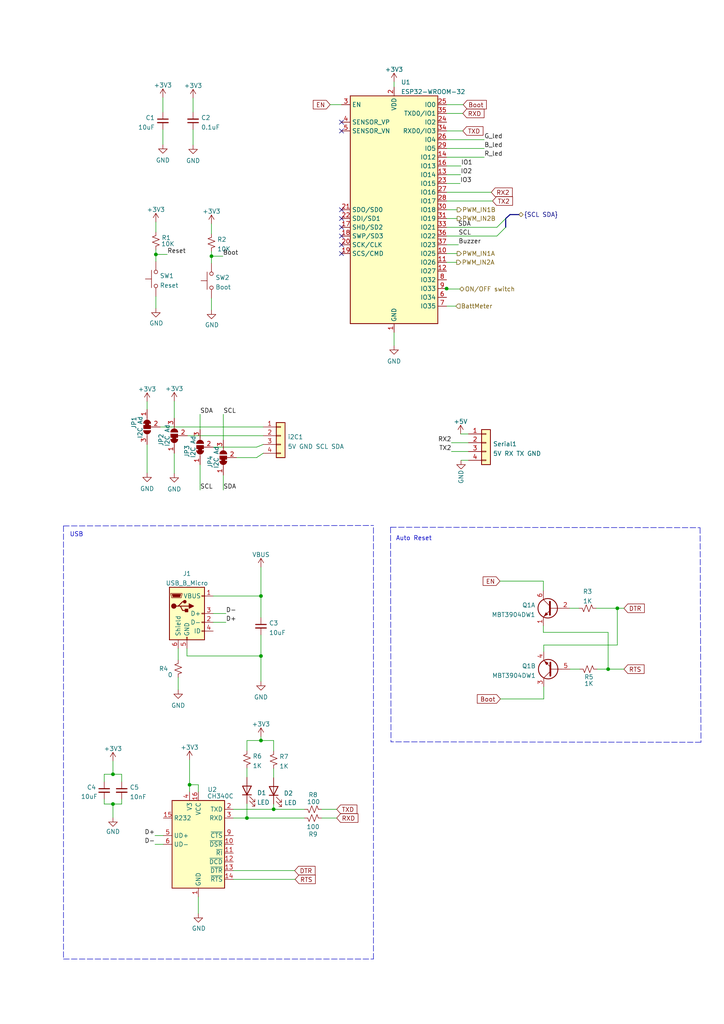
<source format=kicad_sch>
(kicad_sch (version 20211123) (generator eeschema)
  (paper "A4" portrait)
  (lib_symbols
    (symbol "Connector:USB_B_Micro" (pin_names (offset 1.016))
      (property "Reference" "J" (at -5.08 11.43 0))
      (property "Value" "USB_B_Micro" (at -5.08 8.89 0))
      (symbol "USB_B_Micro_0_1"
        (rectangle (start -5.08 -7.62) (end 5.08 7.62) (stroke (width 0.254)) (fill (type background)))
        (circle (center -3.81 2.159) (radius 0.635) (stroke (width 0.254)) (fill (type outline)))
        (circle (center -0.635 3.429) (radius 0.381) (stroke (width 0.254)) (fill (type outline)))
        (rectangle (start -0.127 -7.62) (end 0.127 -6.858))
        (polyline (pts (xy -1.905 2.159) (xy 0.635 2.159)) (stroke (width 0.254)))
        (polyline (pts (xy -3.175 2.159) (xy -2.54 2.159) (xy -1.27 3.429) (xy -0.635 3.429)) (stroke (width 0.254)))
        (polyline (pts (xy -2.54 2.159) (xy -1.905 2.159) (xy -1.27 0.889) (xy 0 0.889)) (stroke (width 0.254)))
        (polyline (pts (xy 0.635 2.794) (xy 0.635 1.524) (xy 1.905 2.159) (xy 0.635 2.794)) (stroke (width 0.254)) (fill (type outline)))
        (polyline (pts (xy -4.318 5.588) (xy -1.778 5.588) (xy -2.032 4.826) (xy -4.064 4.826) (xy -4.318 5.588)) (fill (type outline)))
        (polyline (pts (xy -4.699 5.842) (xy -4.699 5.588) (xy -4.445 4.826) (xy -4.445 4.572) (xy -1.651 4.572) (xy -1.651 4.826) (xy -1.397 5.588) (xy -1.397 5.842) (xy -4.699 5.842)))
        (rectangle (start 0.254 1.27) (end -0.508 0.508) (stroke (width 0.254)) (fill (type outline)))
        (rectangle (start 5.08 -5.207) (end 4.318 -4.953))
        (rectangle (start 5.08 -2.667) (end 4.318 -2.413))
        (rectangle (start 5.08 -0.127) (end 4.318 0.127))
        (rectangle (start 5.08 4.953) (end 4.318 5.207))
      )
      (symbol "USB_B_Micro_1_1"
        (pin power_out line (at 7.62 5.08 180) (length 2.54) (name "VBUS") (number "1"))
        (pin bidirectional line (at 7.62 -2.54 180) (length 2.54) (name "D-") (number "2"))
        (pin bidirectional line (at 7.62 0 180) (length 2.54) (name "D+") (number "3"))
        (pin passive line (at 7.62 -5.08 180) (length 2.54) (name "ID") (number "4"))
        (pin power_out line (at 0 -10.16 90) (length 2.54) (name "GND") (number "5"))
        (pin passive line (at -2.54 -10.16 90) (length 2.54) (name "Shield") (number "6"))
      )
    )
    (symbol "Connector_Generic:Conn_01x04" (pin_names (offset 1.016) hide)
      (property "Reference" "J" (at 0 5.08 0))
      (property "Value" "Conn_01x04" (at 0 -7.62 0))
      (symbol "Conn_01x04_1_1"
        (rectangle (start -1.27 -4.953) (end 0 -5.207) (stroke (width 0.1524)))
        (rectangle (start -1.27 -2.413) (end 0 -2.667) (stroke (width 0.1524)))
        (rectangle (start -1.27 0.127) (end 0 -0.127) (stroke (width 0.1524)))
        (rectangle (start -1.27 2.667) (end 0 2.413) (stroke (width 0.1524)))
        (rectangle (start -1.27 3.81) (end 1.27 -6.35) (stroke (width 0.254)) (fill (type background)))
        (pin passive line (at -5.08 2.54 0) (length 3.81) (name "Pin_1") (number "1"))
        (pin passive line (at -5.08 0 0) (length 3.81) (name "Pin_2") (number "2"))
        (pin passive line (at -5.08 -2.54 0) (length 3.81) (name "Pin_3") (number "3"))
        (pin passive line (at -5.08 -5.08 0) (length 3.81) (name "Pin_4") (number "4"))
      )
    )
    (symbol "Device:C_Small" (pin_numbers hide) (pin_names (offset 0.254) hide)
      (property "Reference" "C" (at 0.254 1.778 0))
      (property "Value" "C_Small" (at 0.254 -2.032 0))
      (symbol "C_Small_0_1"
        (polyline (pts (xy -1.524 -0.508) (xy 1.524 -0.508)) (stroke (width 0.3302)))
        (polyline (pts (xy -1.524 0.508) (xy 1.524 0.508)) (stroke (width 0.3048)))
      )
      (symbol "C_Small_1_1"
        (pin passive line (at 0 2.54 270) (length 2.032) (name "~") (number "1"))
        (pin passive line (at 0 -2.54 90) (length 2.032) (name "~") (number "2"))
      )
    )
    (symbol "Device:LED" (pin_numbers hide) (pin_names (offset 1.016) hide)
      (property "Reference" "D" (at 0 2.54 0))
      (property "Value" "LED" (at 0 -2.54 0))
      (symbol "LED_0_1"
        (polyline (pts (xy -1.27 -1.27) (xy -1.27 1.27)) (stroke (width 0.254)))
        (polyline (pts (xy -1.27 0) (xy 1.27 0)))
        (polyline (pts (xy 1.27 -1.27) (xy 1.27 1.27) (xy -1.27 0) (xy 1.27 -1.27)) (stroke (width 0.254)))
        (polyline (pts (xy -3.048 -0.762) (xy -4.572 -2.286) (xy -3.81 -2.286) (xy -4.572 -2.286) (xy -4.572 -1.524)))
        (polyline (pts (xy -1.778 -0.762) (xy -3.302 -2.286) (xy -2.54 -2.286) (xy -3.302 -2.286) (xy -3.302 -1.524)))
      )
      (symbol "LED_1_1"
        (pin passive line (at -3.81 0 0) (length 2.54) (name "K") (number "1"))
        (pin passive line (at 3.81 0 180) (length 2.54) (name "A") (number "2"))
      )
    )
    (symbol "Device:R_Small_US" (pin_numbers hide) (pin_names (offset 0.254) hide)
      (property "Reference" "R" (at 0.762 0.508 0))
      (property "Value" "R_Small_US" (at 0.762 -1.016 0))
      (symbol "R_Small_US_1_1"
        (polyline (pts (xy 0 0) (xy 1.016 -0.381) (xy 0 -0.762) (xy -1.016 -1.143) (xy 0 -1.524)))
        (polyline (pts (xy 0 1.524) (xy 1.016 1.143) (xy 0 0.762) (xy -1.016 0.381) (xy 0 0)))
        (pin passive line (at 0 2.54 270) (length 1.016) (name "~") (number "1"))
        (pin passive line (at 0 -2.54 90) (length 1.016) (name "~") (number "2"))
      )
    )
    (symbol "Interface_USB:CH340C"
      (property "Reference" "U" (at -5.08 13.97 0))
      (property "Value" "CH340C" (at 1.27 13.97 0))
      (symbol "CH340C_0_1"
        (rectangle (start -7.62 12.7) (end 7.62 -12.7) (stroke (width 0.254)) (fill (type background)))
      )
      (symbol "CH340C_1_1"
        (pin power_in line (at 0 -15.24 90) (length 2.54) (name "GND") (number "1"))
        (pin input line (at 10.16 0 180) (length 2.54) (name "~{DSR}") (number "10"))
        (pin input line (at 10.16 -2.54 180) (length 2.54) (name "~{RI}") (number "11"))
        (pin input line (at 10.16 -5.08 180) (length 2.54) (name "~{DCD}") (number "12"))
        (pin output line (at 10.16 -7.62 180) (length 2.54) (name "~{DTR}") (number "13"))
        (pin output line (at 10.16 -10.16 180) (length 2.54) (name "~{RTS}") (number "14"))
        (pin input line (at -10.16 7.62 0) (length 2.54) (name "R232") (number "15"))
        (pin power_in line (at 0 15.24 270) (length 2.54) (name "VCC") (number "16"))
        (pin output line (at 10.16 10.16 180) (length 2.54) (name "TXD") (number "2"))
        (pin input line (at 10.16 7.62 180) (length 2.54) (name "RXD") (number "3"))
        (pin passive line (at -2.54 15.24 270) (length 2.54) (name "V3") (number "4"))
        (pin bidirectional line (at -10.16 2.54 0) (length 2.54) (name "UD+") (number "5"))
        (pin bidirectional line (at -10.16 0 0) (length 2.54) (name "UD-") (number "6"))
        (pin no_connect line (at -7.62 -7.62 0) (length 2.54) hide (name "NC") (number "7"))
        (pin no_connect line (at -7.62 -10.16 0) (length 2.54) hide (name "NC") (number "8"))
        (pin input line (at 10.16 2.54 180) (length 2.54) (name "~{CTS}") (number "9"))
      )
    )
    (symbol "Jumper:SolderJumper_3_Bridged12" (pin_names (offset 0) hide)
      (property "Reference" "JP" (at -2.54 -2.54 0))
      (property "Value" "SolderJumper_3_Bridged12" (at 0 2.794 0))
      (symbol "SolderJumper_3_Bridged12_0_1"
        (rectangle (start -1.016 0.508) (end -0.508 -0.508) (fill (type outline)))
        (arc (start -1.016 1.016) (mid -2.032 0) (end -1.016 -1.016))
        (arc (start -1.016 1.016) (mid -2.032 0) (end -1.016 -1.016) (fill (type outline)))
        (rectangle (start -0.508 1.016) (end 0.508 -1.016) (fill (type outline)))
        (polyline (pts (xy -2.54 0) (xy -2.032 0)))
        (polyline (pts (xy -1.016 1.016) (xy -1.016 -1.016)))
        (polyline (pts (xy 0 -1.27) (xy 0 -1.016)))
        (polyline (pts (xy 1.016 1.016) (xy 1.016 -1.016)))
        (polyline (pts (xy 2.54 0) (xy 2.032 0)))
        (arc (start 1.016 -1.016) (mid 2.032 0) (end 1.016 1.016))
        (arc (start 1.016 -1.016) (mid 2.032 0) (end 1.016 1.016) (fill (type outline)))
      )
      (symbol "SolderJumper_3_Bridged12_1_1"
        (pin passive line (at -5.08 0 0) (length 2.54) (name "A") (number "1"))
        (pin input line (at 0 -3.81 90) (length 2.54) (name "C") (number "2"))
        (pin passive line (at 5.08 0 180) (length 2.54) (name "B") (number "3"))
      )
    )
    (symbol "RF_Module:ESP32-WROOM-32"
      (property "Reference" "U" (at -12.7 34.29 0))
      (property "Value" "ESP32-WROOM-32" (at 1.27 34.29 0))
      (symbol "ESP32-WROOM-32_0_1"
        (rectangle (start -12.7 33.02) (end 12.7 -33.02) (stroke (width 0.254)) (fill (type background)))
      )
      (symbol "ESP32-WROOM-32_1_1"
        (pin power_in line (at 0 -35.56 90) (length 2.54) (name "GND") (number "1"))
        (pin bidirectional line (at 15.24 -12.7 180) (length 2.54) (name "IO25") (number "10"))
        (pin bidirectional line (at 15.24 -15.24 180) (length 2.54) (name "IO26") (number "11"))
        (pin bidirectional line (at 15.24 -17.78 180) (length 2.54) (name "IO27") (number "12"))
        (pin bidirectional line (at 15.24 10.16 180) (length 2.54) (name "IO14") (number "13"))
        (pin bidirectional line (at 15.24 15.24 180) (length 2.54) (name "IO12") (number "14"))
        (pin passive line (at 0 -35.56 90) (length 2.54) hide (name "GND") (number "15"))
        (pin bidirectional line (at 15.24 12.7 180) (length 2.54) (name "IO13") (number "16"))
        (pin bidirectional line (at -15.24 -5.08 0) (length 2.54) (name "SHD/SD2") (number "17"))
        (pin bidirectional line (at -15.24 -7.62 0) (length 2.54) (name "SWP/SD3") (number "18"))
        (pin bidirectional line (at -15.24 -12.7 0) (length 2.54) (name "SCS/CMD") (number "19"))
        (pin power_in line (at 0 35.56 270) (length 2.54) (name "VDD") (number "2"))
        (pin bidirectional line (at -15.24 -10.16 0) (length 2.54) (name "SCK/CLK") (number "20"))
        (pin bidirectional line (at -15.24 0 0) (length 2.54) (name "SDO/SD0") (number "21"))
        (pin bidirectional line (at -15.24 -2.54 0) (length 2.54) (name "SDI/SD1") (number "22"))
        (pin bidirectional line (at 15.24 7.62 180) (length 2.54) (name "IO15") (number "23"))
        (pin bidirectional line (at 15.24 25.4 180) (length 2.54) (name "IO2") (number "24"))
        (pin bidirectional line (at 15.24 30.48 180) (length 2.54) (name "IO0") (number "25"))
        (pin bidirectional line (at 15.24 20.32 180) (length 2.54) (name "IO4") (number "26"))
        (pin bidirectional line (at 15.24 5.08 180) (length 2.54) (name "IO16") (number "27"))
        (pin bidirectional line (at 15.24 2.54 180) (length 2.54) (name "IO17") (number "28"))
        (pin bidirectional line (at 15.24 17.78 180) (length 2.54) (name "IO5") (number "29"))
        (pin input line (at -15.24 30.48 0) (length 2.54) (name "EN") (number "3"))
        (pin bidirectional line (at 15.24 0 180) (length 2.54) (name "IO18") (number "30"))
        (pin bidirectional line (at 15.24 -2.54 180) (length 2.54) (name "IO19") (number "31"))
        (pin no_connect line (at -12.7 -27.94 0) (length 2.54) hide (name "NC") (number "32"))
        (pin bidirectional line (at 15.24 -5.08 180) (length 2.54) (name "IO21") (number "33"))
        (pin bidirectional line (at 15.24 22.86 180) (length 2.54) (name "RXD0/IO3") (number "34"))
        (pin bidirectional line (at 15.24 27.94 180) (length 2.54) (name "TXD0/IO1") (number "35"))
        (pin bidirectional line (at 15.24 -7.62 180) (length 2.54) (name "IO22") (number "36"))
        (pin bidirectional line (at 15.24 -10.16 180) (length 2.54) (name "IO23") (number "37"))
        (pin passive line (at 0 -35.56 90) (length 2.54) hide (name "GND") (number "38"))
        (pin passive line (at 0 -35.56 90) (length 2.54) hide (name "GND") (number "39"))
        (pin input line (at -15.24 25.4 0) (length 2.54) (name "SENSOR_VP") (number "4"))
        (pin input line (at -15.24 22.86 0) (length 2.54) (name "SENSOR_VN") (number "5"))
        (pin input line (at 15.24 -25.4 180) (length 2.54) (name "IO34") (number "6"))
        (pin input line (at 15.24 -27.94 180) (length 2.54) (name "IO35") (number "7"))
        (pin bidirectional line (at 15.24 -20.32 180) (length 2.54) (name "IO32") (number "8"))
        (pin bidirectional line (at 15.24 -22.86 180) (length 2.54) (name "IO33") (number "9"))
      )
    )
    (symbol "Switch:SW_Push" (pin_numbers hide) (pin_names (offset 1.016) hide)
      (property "Reference" "SW" (at 1.27 2.54 0))
      (property "Value" "SW_Push" (at 0 -1.524 0))
      (symbol "SW_Push_0_1"
        (circle (center -2.032 0) (radius 0.508))
        (polyline (pts (xy 0 1.27) (xy 0 3.048)))
        (polyline (pts (xy 2.54 1.27) (xy -2.54 1.27)))
        (circle (center 2.032 0) (radius 0.508))
        (pin passive line (at -5.08 0 0) (length 2.54) (name "1") (number "1"))
        (pin passive line (at 5.08 0 180) (length 2.54) (name "2") (number "2"))
      )
    )
    (symbol "Transistor_BJT:MBT3904DW1" (pin_names (offset 0) hide)
      (property "Reference" "Q" (at 5.08 1.27 0))
      (property "Value" "MBT3904DW1" (at 5.08 -1.27 0))
      (symbol "MBT3904DW1_0_1"
        (polyline (pts (xy 0.635 0) (xy -2.54 0)))
        (polyline (pts (xy 0.635 0.635) (xy 2.54 2.54)))
        (polyline (pts (xy 0.635 -0.635) (xy 2.54 -2.54) (xy 2.54 -2.54)))
        (polyline (pts (xy 0.635 1.905) (xy 0.635 -1.905) (xy 0.635 -1.905)) (stroke (width 0.508)))
        (polyline (pts (xy 1.27 -1.778) (xy 1.778 -1.27) (xy 2.286 -2.286) (xy 1.27 -1.778) (xy 1.27 -1.778)) (fill (type outline)))
        (circle (center 1.27 0) (radius 2.8194) (stroke (width 0.254)))
      )
      (symbol "MBT3904DW1_1_1"
        (pin passive line (at 2.54 -5.08 90) (length 2.54) (name "E1") (number "1"))
        (pin input line (at -5.08 0 0) (length 2.54) (name "B1") (number "2"))
        (pin passive line (at 2.54 5.08 270) (length 2.54) (name "C1") (number "6"))
      )
      (symbol "MBT3904DW1_2_1"
        (pin passive line (at 2.54 5.08 270) (length 2.54) (name "C2") (number "3"))
        (pin passive line (at 2.54 -5.08 90) (length 2.54) (name "E2") (number "4"))
        (pin input line (at -5.08 0 0) (length 2.54) (name "B2") (number "5"))
      )
    )
    (symbol "power:+3.3V" (power) (pin_names (offset 0))
      (property "Value" "+3.3V" (at 0 3.556 0))
      (symbol "+3.3V_0_1"
        (polyline (pts (xy -0.762 1.27) (xy 0 2.54)))
        (polyline (pts (xy 0 0) (xy 0 2.54)))
        (polyline (pts (xy 0 2.54) (xy 0.762 1.27)))
      )
      (symbol "+3.3V_1_1"
        (pin power_in line (at 0 0 90) (length 0) hide (name "+3V3") (number "1"))
      )
    )
    (symbol "power:+3V3" (power) (pin_names (offset 0))
      (property "Value" "+3V3" (at 0 3.556 0))
      (symbol "+3V3_0_1"
        (polyline (pts (xy -0.762 1.27) (xy 0 2.54)))
        (polyline (pts (xy 0 0) (xy 0 2.54)))
        (polyline (pts (xy 0 2.54) (xy 0.762 1.27)))
      )
      (symbol "+3V3_1_1"
        (pin power_in line (at 0 0 90) (length 0) hide (name "+3V3") (number "1"))
      )
    )
    (symbol "power:+5V" (power) (pin_names (offset 0))
      (property "Value" "+5V" (at 0 3.556 0))
      (symbol "+5V_0_1"
        (polyline (pts (xy -0.762 1.27) (xy 0 2.54)))
        (polyline (pts (xy 0 0) (xy 0 2.54)))
        (polyline (pts (xy 0 2.54) (xy 0.762 1.27)))
      )
      (symbol "+5V_1_1"
        (pin power_in line (at 0 0 90) (length 0) hide (name "+5V") (number "1"))
      )
    )
    (symbol "power:GND" (power) (pin_names (offset 0))
      (property "Value" "GND" (at 0 -3.81 0))
      (symbol "GND_0_1"
        (polyline (pts (xy 0 0) (xy 0 -1.27) (xy 1.27 -1.27) (xy 0 -2.54) (xy -1.27 -1.27) (xy 0 -1.27)))
      )
      (symbol "GND_1_1"
        (pin power_in line (at 0 0 270) (length 0) hide (name "GND") (number "1"))
      )
    )
    (symbol "power:VBUS" (power) (pin_names (offset 0))
      (property "Value" "VBUS" (at 0 3.81 0))
      (symbol "VBUS_0_1"
        (polyline (pts (xy -0.762 1.27) (xy 0 2.54)))
        (polyline (pts (xy 0 0) (xy 0 2.54)))
        (polyline (pts (xy 0 2.54) (xy 0.762 1.27)))
      )
      (symbol "VBUS_1_1"
        (pin power_in line (at 0 0 90) (length 0) hide (name "VBUS") (number "1"))
      )
    )
  )
  (bus_alias "i2c" (members "SDA" "SCL"))
  (junction (at 176.403 194.056))
  (junction (at 32.766 233.172))
  (junction (at 79.375 234.696))
  (junction (at 179.07 176.403))
  (junction (at 45.212 73.787))
  (junction (at 32.766 224.536))
  (junction (at 75.692 190.246))
  (junction (at 61.341 74.295))
  (junction (at 75.692 172.847))
  (junction (at 129.54 83.693))
  (junction (at 75.692 214.757))
  (junction (at 71.628 237.236))
  (junction (at 54.991 227.584))
  (no_connect (at 99.06 68.453))
  (no_connect (at 99.06 65.913))
  (no_connect (at 99.06 60.833))
  (no_connect (at 99.06 35.433))
  (no_connect (at 99.06 73.533))
  (no_connect (at 99.06 63.373))
  (no_connect (at 99.06 70.993))
  (no_connect (at 99.06 37.973))
  (bus_entry (at 146.685 63.373) (size -2.54 2.54))
  (bus_entry (at 146.685 65.913) (size -2.54 2.54))
  (wire (pts (xy 93.345 237.236) (xy 97.663 237.236)))
  (wire (pts (xy 61.341 74.295) (xy 61.341 76.327)))
  (wire (pts (xy 61.849 172.847) (xy 75.692 172.847)))
  (polyline (pts (xy 113.284 152.908) (xy 203.073 153.035)))
  (wire (pts (xy 61.341 72.898) (xy 61.341 74.295)))
  (wire (pts (xy 57.531 227.584) (xy 54.991 227.584)))
  (wire (pts (xy 133.731 48.133) (xy 129.54 48.133)))
  (wire (pts (xy 71.628 217.678) (xy 71.628 214.757)))
  (wire (pts (xy 157.607 183.388) (xy 157.607 181.483)))
  (wire (pts (xy 67.691 234.696) (xy 79.375 234.696)))
  (wire (pts (xy 173.228 194.056) (xy 176.403 194.056)))
  (wire (pts (xy 135.89 133.477) (xy 133.731 133.477)))
  (wire (pts (xy 129.54 83.693) (xy 129.54 83.82)))
  (wire (pts (xy 129.54 83.566) (xy 129.54 83.693)))
  (wire (pts (xy 157.734 187.071) (xy 157.734 188.976)))
  (bus (pts (xy 146.685 65.913) (xy 146.685 63.373)))
  (wire (pts (xy 79.375 234.696) (xy 88.265 234.696)))
  (wire (pts (xy 135.89 125.857) (xy 133.604 125.857)))
  (wire (pts (xy 30.226 233.172) (xy 32.766 233.172)))
  (wire (pts (xy 54.229 190.246) (xy 75.692 190.246)))
  (polyline (pts (xy 203.327 215.265) (xy 113.411 215.138)))
  (wire (pts (xy 54.356 126.365) (xy 76.327 126.365)))
  (wire (pts (xy 145.034 168.529) (xy 157.607 168.529)))
  (wire (pts (xy 47.244 28.321) (xy 47.244 32.512)))
  (wire (pts (xy 32.766 224.536) (xy 30.226 224.536)))
  (wire (pts (xy 75.692 214.757) (xy 79.375 214.757)))
  (wire (pts (xy 133.35 83.82) (xy 129.54 83.82)))
  (wire (pts (xy 140.462 43.053) (xy 129.54 43.053)))
  (wire (pts (xy 134.239 32.893) (xy 129.54 32.893)))
  (wire (pts (xy 42.672 128.905) (xy 42.672 137.16)))
  (wire (pts (xy 64.77 137.795) (xy 64.77 142.113)))
  (wire (pts (xy 44.958 242.316) (xy 47.371 242.316)))
  (wire (pts (xy 35.306 224.536) (xy 32.766 224.536)))
  (wire (pts (xy 93.345 234.696) (xy 97.663 234.696)))
  (wire (pts (xy 44.958 244.856) (xy 47.371 244.856)))
  (polyline (pts (xy 113.284 152.908) (xy 113.411 215.138)))
  (wire (pts (xy 132.588 60.833) (xy 129.54 60.833)))
  (bus (pts (xy 146.685 63.373) (xy 147.955 62.23)))
  (wire (pts (xy 157.734 199.136) (xy 157.734 202.692)))
  (wire (pts (xy 142.875 58.293) (xy 129.54 58.293)))
  (wire (pts (xy 129.54 30.353) (xy 134.366 30.353)))
  (wire (pts (xy 76.327 131.445) (xy 74.422 132.715)))
  (wire (pts (xy 45.212 72.39) (xy 45.212 73.787)))
  (wire (pts (xy 61.341 64.897) (xy 61.341 67.818)))
  (wire (pts (xy 35.306 233.172) (xy 35.306 231.775)))
  (wire (pts (xy 50.546 116.332) (xy 50.546 121.285)))
  (wire (pts (xy 61.849 129.667) (xy 74.422 129.667)))
  (wire (pts (xy 132.588 73.533) (xy 129.54 73.533)))
  (wire (pts (xy 54.991 227.584) (xy 54.991 229.616)))
  (wire (pts (xy 95.758 30.353) (xy 99.06 30.353)))
  (wire (pts (xy 79.375 214.757) (xy 79.375 217.805)))
  (wire (pts (xy 114.3 96.393) (xy 114.3 100.203)))
  (wire (pts (xy 51.689 188.087) (xy 51.689 191.389)))
  (wire (pts (xy 74.422 129.667) (xy 76.327 128.905)))
  (wire (pts (xy 157.734 187.071) (xy 179.07 187.071)))
  (wire (pts (xy 130.937 130.937) (xy 135.89 130.937)))
  (wire (pts (xy 64.643 74.295) (xy 61.341 74.295)))
  (wire (pts (xy 67.691 237.236) (xy 71.628 237.236)))
  (wire (pts (xy 45.212 85.979) (xy 45.212 89.408)))
  (wire (pts (xy 140.462 45.593) (xy 129.54 45.593)))
  (wire (pts (xy 74.422 132.715) (xy 68.58 132.715)))
  (wire (pts (xy 165.227 176.403) (xy 167.894 176.403)))
  (wire (pts (xy 134.239 37.973) (xy 129.54 37.973)))
  (wire (pts (xy 71.628 214.757) (xy 75.692 214.757)))
  (wire (pts (xy 30.226 224.536) (xy 30.226 226.695)))
  (wire (pts (xy 176.403 183.388) (xy 176.403 194.056)))
  (wire (pts (xy 56.007 37.592) (xy 56.007 42.037)))
  (wire (pts (xy 54.229 188.087) (xy 54.229 190.246)))
  (polyline (pts (xy 18.415 152.527) (xy 18.415 278.13)))
  (wire (pts (xy 57.531 260.096) (xy 57.531 264.922)))
  (polyline (pts (xy 18.415 278.13) (xy 108.331 278.13)))
  (wire (pts (xy 133.477 53.213) (xy 129.54 53.213)))
  (wire (pts (xy 75.692 184.15) (xy 75.692 190.246)))
  (wire (pts (xy 54.991 220.345) (xy 54.991 227.584)))
  (wire (pts (xy 140.462 40.513) (xy 129.54 40.513)))
  (wire (pts (xy 71.628 237.236) (xy 88.265 237.236)))
  (wire (pts (xy 75.692 190.246) (xy 75.692 197.612)))
  (wire (pts (xy 133.604 50.673) (xy 129.54 50.673)))
  (wire (pts (xy 132.207 88.773) (xy 129.54 88.773)))
  (wire (pts (xy 57.531 229.616) (xy 57.531 227.584)))
  (wire (pts (xy 132.588 63.373) (xy 129.54 63.373)))
  (wire (pts (xy 165.354 194.056) (xy 168.148 194.056)))
  (wire (pts (xy 132.461 76.073) (xy 129.54 76.073)))
  (wire (pts (xy 71.628 233.045) (xy 71.628 237.236)))
  (wire (pts (xy 132.969 70.993) (xy 129.54 70.993)))
  (polyline (pts (xy 203.073 153.035) (xy 203.327 215.265)))
  (wire (pts (xy 67.691 255.016) (xy 85.598 255.016)))
  (wire (pts (xy 129.54 68.453) (xy 144.145 68.453)))
  (polyline (pts (xy 108.331 278.13) (xy 108.331 152.4)))
  (wire (pts (xy 46.482 123.825) (xy 76.327 123.825)))
  (wire (pts (xy 157.734 202.692) (xy 145.161 202.692)))
  (wire (pts (xy 71.628 222.758) (xy 71.628 225.425)))
  (wire (pts (xy 48.514 73.787) (xy 45.212 73.787)))
  (wire (pts (xy 142.494 55.753) (xy 129.54 55.753)))
  (bus (pts (xy 147.955 62.23) (xy 150.495 62.23)))
  (wire (pts (xy 45.212 64.389) (xy 45.212 67.31)))
  (wire (pts (xy 58.039 134.747) (xy 58.039 142.113)))
  (wire (pts (xy 130.937 128.397) (xy 135.89 128.397)))
  (wire (pts (xy 32.766 233.172) (xy 35.306 233.172)))
  (wire (pts (xy 42.672 116.459) (xy 42.672 118.745)))
  (wire (pts (xy 32.766 220.726) (xy 32.766 224.536)))
  (wire (pts (xy 157.607 168.529) (xy 157.607 171.323)))
  (wire (pts (xy 56.007 28.448) (xy 56.007 32.512)))
  (wire (pts (xy 35.306 226.695) (xy 35.306 224.536)))
  (wire (pts (xy 172.974 176.403) (xy 179.07 176.403)))
  (wire (pts (xy 176.403 194.056) (xy 180.975 194.056)))
  (polyline (pts (xy 18.415 152.527) (xy 108.331 152.4)))
  (wire (pts (xy 32.766 233.172) (xy 32.766 237.109)))
  (wire (pts (xy 30.226 231.775) (xy 30.226 233.172)))
  (wire (pts (xy 58.039 120.142) (xy 58.039 124.587)))
  (wire (pts (xy 114.3 23.749) (xy 114.3 25.273)))
  (wire (pts (xy 179.07 176.403) (xy 180.975 176.403)))
  (wire (pts (xy 61.341 86.487) (xy 61.341 89.916)))
  (wire (pts (xy 75.692 213.614) (xy 75.692 214.757)))
  (wire (pts (xy 75.692 172.847) (xy 75.692 179.07)))
  (wire (pts (xy 79.375 233.172) (xy 79.375 234.696)))
  (wire (pts (xy 50.546 131.445) (xy 50.546 137.287)))
  (wire (pts (xy 65.532 180.467) (xy 61.849 180.467)))
  (wire (pts (xy 79.375 222.885) (xy 79.375 225.552)))
  (wire (pts (xy 51.689 196.469) (xy 51.689 200.025)))
  (wire (pts (xy 64.77 120.142) (xy 64.77 127.635)))
  (wire (pts (xy 179.07 187.071) (xy 179.07 176.403)))
  (wire (pts (xy 75.692 172.847) (xy 75.692 164.465)))
  (wire (pts (xy 45.212 73.787) (xy 45.212 75.819)))
  (wire (pts (xy 67.691 252.476) (xy 85.471 252.476)))
  (wire (pts (xy 47.244 37.592) (xy 47.244 41.91)))
  (wire (pts (xy 65.532 177.927) (xy 61.849 177.927)))
  (wire (pts (xy 157.607 183.388) (xy 176.403 183.388)))
  (wire (pts (xy 129.54 65.913) (xy 144.145 65.913)))
  (text "Auto Reset" (at 114.808 156.972 0) (effects (font (size 1.27 1.27)) (justify left bottom)))
  (text "USB" (at 20.193 155.829 0) (effects (font (size 1.27 1.27)) (justify left bottom)))
  (label "SDA" (at 132.842 65.913 0))
  (label "SDA" (at 64.77 142.113 0))
  (label "TX2" (at 130.937 130.937 180))
  (label "D+" (at 65.532 180.467 0))
  (label "Reset" (at 48.514 73.787 0))
  (label "D-" (at 44.958 244.856 180))
  (label "D+" (at 44.958 242.316 180))
  (label "B_led" (at 140.462 43.053 0))
  (label "SCL" (at 64.77 120.142 0))
  (label "SDA" (at 58.039 120.142 0))
  (label "G_led" (at 140.462 40.513 0))
  (label "Buzzer" (at 132.969 70.993 0))
  (label "Boot" (at 64.643 74.295 0))
  (label "IO1" (at 133.731 48.133 0))
  (label "D-" (at 65.532 177.927 0))
  (label "IO2" (at 133.604 50.673 0))
  (label "RX2" (at 130.937 128.397 180))
  (label "IO3" (at 133.477 53.213 0))
  (label "SCL" (at 132.969 68.453 0))
  (label "SCL" (at 58.039 142.113 0))
  (label "R_led" (at 140.462 45.593 0))
  (global_label "TXD" (shape input) (at 97.663 234.696 0) (property "Intersheet References" "${INTERSHEET_REFS}" (effects hide)))
  (global_label "RX2" (shape input) (at 142.494 55.753 0) (property "Intersheet References" "${INTERSHEET_REFS}" (effects hide)))
  (global_label "TX2" (shape input) (at 142.875 58.293 0) (property "Intersheet References" "${INTERSHEET_REFS}" (effects hide)))
  (global_label "RTS" (shape input) (at 85.598 255.016 0) (property "Intersheet References" "${INTERSHEET_REFS}" (effects hide)))
  (global_label "TXD" (shape input) (at 134.239 37.973 0) (property "Intersheet References" "${INTERSHEET_REFS}" (effects hide)))
  (global_label "EN" (shape input) (at 95.758 30.353 180) (property "Intersheet References" "${INTERSHEET_REFS}" (effects hide)))
  (global_label "RXD" (shape input) (at 97.663 237.236 0) (property "Intersheet References" "${INTERSHEET_REFS}" (effects hide)))
  (global_label "RXD" (shape input) (at 134.239 32.893 0) (property "Intersheet References" "${INTERSHEET_REFS}" (effects hide)))
  (global_label "Boot" (shape input) (at 145.161 202.692 180) (property "Intersheet References" "${INTERSHEET_REFS}" (effects hide)))
  (global_label "DTR" (shape input) (at 180.975 176.403 0) (property "Intersheet References" "${INTERSHEET_REFS}" (effects hide)))
  (global_label "RTS" (shape input) (at 180.975 194.056 0) (property "Intersheet References" "${INTERSHEET_REFS}" (effects hide)))
  (global_label "DTR" (shape input) (at 85.471 252.476 0) (property "Intersheet References" "${INTERSHEET_REFS}" (effects hide)))
  (global_label "Boot" (shape input) (at 134.366 30.353 0) (property "Intersheet References" "${INTERSHEET_REFS}" (effects hide)))
  (global_label "EN" (shape input) (at 145.034 168.529 180) (property "Intersheet References" "${INTERSHEET_REFS}" (effects hide)))
  (hierarchical_label "PWM_IN1B" (shape output) (at 132.588 60.833 0))
  (hierarchical_label "PWM_IN2B" (shape output) (at 132.588 63.373 0))
  (hierarchical_label "PWM_IN1A" (shape output) (at 132.588 73.533 0))
  (hierarchical_label "BattMeter" (shape input) (at 132.207 88.773 0))
  (hierarchical_label "PWM_IN2A" (shape output) (at 132.461 76.073 0))
  (hierarchical_label "ON{slash}OFF switch" (shape bidirectional) (at 133.35 83.82 0))
  (hierarchical_label "{SCL SDA}" (shape bidirectional) (at 150.495 62.23 0))
  (symbol (lib_id "Jumper:SolderJumper_3_Bridged12") (at 64.77 132.715 90) (unit 1)
    (property "Reference" "JP4" (at 60.96 135.763 0) (effects (justify left)))
    (property "Value" "I2C Ad" (at 62.738 135.89 0) (effects (justify left)))
    (property "Footprint" "Jumper:SolderJumper-3_P1.3mm_Bridged12_RoundedPad1.0x1.5mm" (effects hide))
  )
  (symbol (lib_id "Device:R_Small_US") (at 170.688 194.056 90) (mirror x) (unit 1)
    (property "Reference" "R5" (at 170.815 196.342 90))
    (property "Value" "1K" (at 170.815 198.247 90))
    (property "Footprint" "Resistor_SMD:R_0805_2012Metric" (effects hide))
  )
  (symbol (lib_id "power:+3.3V") (at 32.766 220.726 0) (unit 1)
    (property "Reference" "#PWR022" (effects hide))
    (property "Value" "+3.3V" (at 32.766 217.1215 0))
  )
  (symbol (lib_id "power:GND") (at 56.007 42.037 0) (unit 1)
    (property "Reference" "#PWR05" (effects hide))
    (property "Value" "GND" (at 56.007 46.5995 0))
  )
  (symbol (lib_id "Device:R_Small_US") (at 170.434 176.403 90) (mirror x) (unit 1)
    (property "Reference" "R3" (at 170.434 171.5475 90))
    (property "Value" "1K" (at 170.434 174.3226 90))
    (property "Footprint" "Resistor_SMD:R_0805_2012Metric" (effects hide))
  )
  (symbol (lib_id "power:GND") (at 50.546 137.287 0) (unit 1)
    (property "Reference" "#PWR016" (effects hide))
    (property "Value" "GND" (at 50.546 141.8495 0))
  )
  (symbol (lib_id "power:+3.3V") (at 56.007 28.448 0) (unit 1)
    (property "Reference" "#PWR03" (effects hide))
    (property "Value" "+3.3V" (at 56.007 24.8435 0))
  )
  (symbol (lib_id "Device:R_Small_US") (at 71.628 220.218 0) (mirror y) (unit 1)
    (property "Reference" "R6" (at 73.279 219.3095 0) (effects (justify right)))
    (property "Value" "1K" (at 73.279 222.0846 0) (effects (justify right)))
    (property "Footprint" "Resistor_SMD:R_0805_2012Metric" (effects hide))
  )
  (symbol (lib_id "power:+3.3V") (at 61.341 64.897 0) (unit 1)
    (property "Reference" "#PWR07" (effects hide))
    (property "Value" "+3.3V" (at 61.341 61.2925 0))
  )
  (symbol (lib_id "power:GND") (at 114.3 100.203 0) (unit 1)
    (property "Reference" "#PWR010" (effects hide))
    (property "Value" "GND" (at 114.3 104.7655 0))
  )
  (symbol (lib_id "power:GND") (at 32.766 237.109 0) (unit 1)
    (property "Reference" "#PWR023" (effects hide))
    (property "Value" "GND" (at 32.766 241.173 0))
  )
  (symbol (lib_id "RF_Module:ESP32-WROOM-32") (at 114.3 60.833 0) (unit 1)
    (property "Reference" "U1" (at 116.3194 23.8465 0) (effects (justify left)))
    (property "Value" "ESP32-WROOM-32" (at 116.3194 26.6216 0) (effects (justify left)))
    (property "Footprint" "RF_Module:ESP32-WROOM-32" (effects hide))
    (property "Datasheet" "https://www.espressif.com/sites/default/files/documentation/esp32-wroom-32_datasheet_en.pdf" (effects hide))
  )
  (symbol (lib_id "Device:C_Small") (at 35.306 229.235 0) (mirror y) (unit 1)
    (property "Reference" "C5" (at 37.6301 228.3328 0) (effects (justify right)))
    (property "Value" "10nF" (at 37.6301 231.1079 0) (effects (justify right)))
    (property "Footprint" "Capacitor_SMD:C_0805_2012Metric" (effects hide))
  )
  (symbol (lib_id "Device:R_Small_US") (at 61.341 70.358 0) (mirror y) (unit 1)
    (property "Reference" "R2" (at 62.992 69.4495 0) (effects (justify right)))
    (property "Value" "10K" (at 62.992 72.2246 0) (effects (justify right)))
    (property "Footprint" "Resistor_SMD:R_0805_2012Metric" (effects hide))
  )
  (symbol (lib_id "power:+3.3V") (at 75.692 213.614 0) (unit 1)
    (property "Reference" "#PWR020" (effects hide))
    (property "Value" "+3.3V" (at 75.692 210.0095 0))
  )
  (symbol (lib_id "Connector_Generic:Conn_01x04") (at 81.407 126.365 0) (unit 1)
    (property "Reference" "i2C1" (at 83.439 126.7265 0) (effects (justify left)))
    (property "Value" "5V GND SCL SDA" (at 83.439 129.5016 0) (effects (justify left)))
    (property "Footprint" "Connector_PinHeader_2.54mm:PinHeader_1x04_P2.54mm_Vertical" (effects hide))
  )
  (symbol (lib_id "power:GND") (at 45.212 89.408 0) (unit 1)
    (property "Reference" "#PWR08" (effects hide))
    (property "Value" "GND" (at 45.339 93.726 0))
  )
  (symbol (lib_id "Switch:SW_Push") (at 61.341 81.407 90) (unit 1)
    (property "Reference" "SW2" (at 62.484 80.4985 90) (effects (justify right)))
    (property "Value" "Boot" (at 62.484 83.2736 90) (effects (justify right)))
    (property "Footprint" "Button_Switch_SMD:SW_SPST_B3U-1000P" (effects hide))
  )
  (symbol (lib_id "power:GND") (at 42.672 137.16 0) (unit 1)
    (property "Reference" "#PWR015" (effects hide))
    (property "Value" "GND" (at 42.672 141.7225 0))
  )
  (symbol (lib_id "Transistor_BJT:MBT3904DW1") (at 160.147 176.403 0) (mirror y) (unit 1)
    (property "Reference" "Q1" (at 155.2957 175.4945 0) (effects (justify left)))
    (property "Value" "MBT3904DW1" (at 155.2957 178.2696 0) (effects (justify left)))
    (property "Footprint" "Package_TO_SOT_SMD:SOT-363_SC-70-6" (effects hide))
    (property "Datasheet" "http://www.onsemi.com/pub_link/Collateral/MBT3904DW1T1-D.PDF" (effects hide))
  )
  (symbol (lib_id "power:GND") (at 51.689 200.025 0) (unit 1)
    (property "Reference" "#PWR019" (effects hide))
    (property "Value" "GND" (at 51.689 204.5875 0))
  )
  (symbol (lib_id "power:GND") (at 133.731 133.477 0) (unit 1)
    (property "Reference" "#PWR014" (effects hide))
    (property "Value" "GND" (at 133.731 140.335 90) (effects (justify left)))
  )
  (symbol (lib_id "Device:C_Small") (at 56.007 35.052 180) (unit 1)
    (property "Reference" "C2" (at 58.3311 34.1371 0) (effects (justify right)))
    (property "Value" "0.1uF" (at 58.3311 36.9122 0) (effects (justify right)))
    (property "Footprint" "Capacitor_SMD:C_0805_2012Metric" (effects hide))
  )
  (symbol (lib_id "Jumper:SolderJumper_3_Bridged12") (at 42.672 123.825 90) (mirror x) (unit 1)
    (property "Reference" "JP1" (at 38.862 120.777 0) (effects (justify left)))
    (property "Value" "I2C Ad" (at 40.64 120.65 0) (effects (justify left)))
    (property "Footprint" "Jumper:SolderJumper-3_P1.3mm_Bridged12_RoundedPad1.0x1.5mm" (effects hide))
  )
  (symbol (lib_id "Device:LED") (at 71.628 229.235 90) (unit 1)
    (property "Reference" "D1" (at 74.549 229.914 90) (effects (justify right)))
    (property "Value" "LED" (at 74.549 232.6891 90) (effects (justify right)))
    (property "Footprint" "LED_SMD:LED_0805_2012Metric_Pad1.15x1.40mm_HandSolder" (effects hide))
  )
  (symbol (lib_id "power:+3.3V") (at 45.212 64.389 0) (unit 1)
    (property "Reference" "#PWR06" (effects hide))
    (property "Value" "+3.3V" (at 45.212 60.7845 0))
  )
  (symbol (lib_id "power:+3.3V") (at 54.991 220.345 0) (unit 1)
    (property "Reference" "#PWR021" (effects hide))
    (property "Value" "+3.3V" (at 54.991 216.7405 0))
  )
  (symbol (lib_id "Connector_Generic:Conn_01x04") (at 140.97 128.397 0) (unit 1)
    (property "Reference" "Serial1" (at 143.002 128.7585 0) (effects (justify left)))
    (property "Value" "5V RX TX GND" (at 143.002 131.5336 0) (effects (justify left)))
    (property "Footprint" "Connector_PinHeader_2.54mm:PinHeader_1x04_P2.54mm_Vertical" (effects hide))
  )
  (symbol (lib_id "Device:R_Small_US") (at 90.805 237.236 90) (mirror x) (unit 1)
    (property "Reference" "R9" (at 90.805 241.935 90))
    (property "Value" "100" (at 90.805 239.776 90))
    (property "Footprint" "Resistor_SMD:R_0805_2012Metric" (effects hide))
  )
  (symbol (lib_id "power:+3.3V") (at 47.244 28.321 0) (unit 1)
    (property "Reference" "#PWR02" (effects hide))
    (property "Value" "+3.3V" (at 47.244 24.7165 0))
  )
  (symbol (lib_id "power:+3V3") (at 50.546 116.332 0) (unit 1)
    (property "Reference" "#PWR011" (effects hide))
    (property "Value" "+3V3" (at 50.546 112.7275 0))
  )
  (symbol (lib_id "power:GND") (at 47.244 41.91 0) (unit 1)
    (property "Reference" "#PWR04" (effects hide))
    (property "Value" "GND" (at 47.244 46.4725 0))
  )
  (symbol (lib_id "power:GND") (at 57.531 264.922 0) (unit 1)
    (property "Reference" "#PWR024" (effects hide))
    (property "Value" "GND" (at 57.658 269.24 0))
  )
  (symbol (lib_id "Connector:USB_B_Micro") (at 54.229 177.927 0) (unit 1)
    (property "Reference" "J1" (at 54.229 166.3405 0))
    (property "Value" "USB_B_Micro" (at 54.229 169.1156 0))
    (property "Footprint" "Connector_USB:USB_Micro-AB_Molex_47590-0001" (effects hide))
  )
  (symbol (lib_id "power:GND") (at 75.692 197.612 0) (unit 1)
    (property "Reference" "#PWR018" (effects hide))
    (property "Value" "GND" (at 75.692 202.1745 0))
  )
  (symbol (lib_id "Interface_USB:CH340C") (at 57.531 244.856 0) (unit 1)
    (property "Reference" "U2" (at 60.198 228.981 0) (effects (justify left)))
    (property "Value" "CH340C" (at 60.071 230.886 0) (effects (justify left)))
    (property "Footprint" "Package_SO:SOIC-16_3.9x9.9mm_P1.27mm" (effects hide))
    (property "Datasheet" "https://datasheet.lcsc.com/szlcsc/Jiangsu-Qin-Heng-CH340C_C84681.pdf" (effects hide))
  )
  (symbol (lib_id "Jumper:SolderJumper_3_Bridged12") (at 58.039 129.667 90) (unit 1)
    (property "Reference" "JP3" (at 54.229 132.715 0) (effects (justify left)))
    (property "Value" "I2C Ad" (at 56.007 132.842 0) (effects (justify left)))
    (property "Footprint" "Jumper:SolderJumper-3_P1.3mm_Bridged12_RoundedPad1.0x1.5mm" (effects hide))
  )
  (symbol (lib_id "Device:R_Small_US") (at 51.689 193.929 0) (mirror y) (unit 1)
    (property "Reference" "R4" (at 46.101 193.929 0) (effects (justify right)))
    (property "Value" "0" (at 48.641 195.707 0) (effects (justify right)))
    (property "Footprint" "Resistor_SMD:R_0805_2012Metric" (effects hide))
  )
  (symbol (lib_id "Switch:SW_Push") (at 45.212 80.899 90) (unit 1)
    (property "Reference" "SW1" (at 46.355 79.9905 90) (effects (justify right)))
    (property "Value" "Reset" (at 46.355 82.7656 90) (effects (justify right)))
    (property "Footprint" "Button_Switch_SMD:SW_SPST_B3U-1000P" (effects hide))
  )
  (symbol (lib_id "Device:R_Small_US") (at 79.375 220.345 0) (mirror y) (unit 1)
    (property "Reference" "R7" (at 81.026 219.4365 0) (effects (justify right)))
    (property "Value" "1K" (at 81.026 222.2116 0) (effects (justify right)))
    (property "Footprint" "Resistor_SMD:R_0805_2012Metric" (effects hide))
  )
  (symbol (lib_id "power:VBUS") (at 75.692 164.465 0) (unit 1)
    (property "Reference" "#PWR017" (effects hide))
    (property "Value" "VBUS" (at 75.692 160.8605 0))
  )
  (symbol (lib_id "Device:C_Small") (at 30.226 229.235 0) (mirror y) (unit 1)
    (property "Reference" "C4" (at 27.9019 228.3328 0) (effects (justify left)))
    (property "Value" "10uF" (at 28.321 231.013 0) (effects (justify left)))
    (property "Footprint" "Capacitor_SMD:C_0805_2012Metric" (effects hide))
  )
  (symbol (lib_id "Device:R_Small_US") (at 45.212 69.85 0) (mirror y) (unit 1)
    (property "Reference" "R1" (at 46.863 68.9415 0) (effects (justify right)))
    (property "Value" "10K" (at 46.736 70.739 0) (effects (justify right)))
    (property "Footprint" "Resistor_SMD:R_0805_2012Metric" (effects hide))
  )
  (symbol (lib_id "Transistor_BJT:MBT3904DW1") (at 160.274 194.056 180) (unit 2)
    (property "Reference" "Q1" (at 155.4227 193.1475 0) (effects (justify left)))
    (property "Value" "MBT3904DW1" (at 155.4227 195.9226 0) (effects (justify left)))
    (property "Footprint" "Package_TO_SOT_SMD:SOT-363_SC-70-6" (effects hide))
    (property "Datasheet" "http://www.onsemi.com/pub_link/Collateral/MBT3904DW1T1-D.PDF" (effects hide))
  )
  (symbol (lib_id "Device:C_Small") (at 75.692 181.61 0) (unit 1)
    (property "Reference" "C3" (at 78.0161 180.7078 0) (effects (justify left)))
    (property "Value" "10uF" (at 78.0161 183.4829 0) (effects (justify left)))
    (property "Footprint" "Capacitor_SMD:C_0805_2012Metric" (effects hide))
  )
  (symbol (lib_id "power:GND") (at 61.341 89.916 0) (unit 1)
    (property "Reference" "#PWR09" (effects hide))
    (property "Value" "GND" (at 61.468 94.234 0))
  )
  (symbol (lib_id "Device:C_Small") (at 47.244 35.052 0) (mirror y) (unit 1)
    (property "Reference" "C1" (at 44.9199 34.1498 0) (effects (justify left)))
    (property "Value" "10uF" (at 44.9199 36.9249 0) (effects (justify left)))
    (property "Footprint" "Capacitor_SMD:C_0805_2012Metric" (effects hide))
  )
  (symbol (lib_id "power:+5V") (at 133.604 125.857 0) (unit 1)
    (property "Reference" "#PWR013" (effects hide))
    (property "Value" "+5V" (at 133.604 122.2525 0))
  )
  (symbol (lib_id "power:+3V3") (at 42.672 116.459 0) (unit 1)
    (property "Reference" "#PWR012" (effects hide))
    (property "Value" "+3V3" (at 42.672 112.8545 0))
  )
  (symbol (lib_id "Jumper:SolderJumper_3_Bridged12") (at 50.546 126.365 90) (unit 1)
    (property "Reference" "JP2" (at 46.736 129.413 0) (effects (justify left)))
    (property "Value" "I2C Ad" (at 48.514 129.54 0) (effects (justify left)))
    (property "Footprint" "Jumper:SolderJumper-3_P1.3mm_Bridged12_RoundedPad1.0x1.5mm" (effects hide))
  )
  (symbol (lib_id "Device:R_Small_US") (at 90.805 234.696 90) (mirror x) (unit 1)
    (property "Reference" "R8" (at 90.805 230.505 90))
    (property "Value" "100" (at 90.932 232.537 90))
    (property "Footprint" "Resistor_SMD:R_0805_2012Metric" (effects hide))
  )
  (symbol (lib_id "power:+3.3V") (at 114.3 23.749 0) (unit 1)
    (property "Reference" "#PWR01" (effects hide))
    (property "Value" "+3.3V" (at 114.3 20.1445 0))
  )
  (symbol (lib_id "Device:LED") (at 79.375 229.362 90) (unit 1)
    (property "Reference" "D2" (at 82.296 230.041 90) (effects (justify right)))
    (property "Value" "LED" (at 82.423 232.791 90) (effects (justify right)))
    (property "Footprint" "LED_SMD:LED_0805_2012Metric_Pad1.15x1.40mm_HandSolder" (effects hide))
  )
)
</source>
